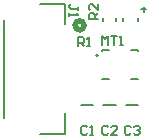
<source format=gto>
G04*
G04 #@! TF.GenerationSoftware,Altium Limited,Altium Designer,25.8.1 (18)*
G04*
G04 Layer_Color=65535*
%FSLAX25Y25*%
%MOIN*%
G70*
G04*
G04 #@! TF.SameCoordinates,31E2A41C-BC31-4C51-A6E1-2EC11E0042B4*
G04*
G04*
G04 #@! TF.FilePolarity,Positive*
G04*
G01*
G75*
%ADD10C,0.00787*%
%ADD11C,0.02000*%
%ADD12C,0.00500*%
%ADD13C,0.00600*%
%ADD14C,0.00591*%
%ADD15C,0.00500*%
D10*
X134728Y128471D02*
G03*
X134728Y128471I-394J0D01*
G01*
X147900Y140106D02*
Y140894D01*
X143100Y140106D02*
Y140894D01*
X143933Y112063D02*
X148067D01*
X128933Y112000D02*
X133067D01*
X136433Y112063D02*
X140567D01*
D11*
X130000Y138500D02*
G03*
X130000Y138500I-1500J0D01*
G01*
D12*
X136063Y120486D02*
Y120703D01*
Y130112D02*
Y130329D01*
X145689Y120486D02*
X147874D01*
X136063D02*
X138248D01*
X147874D02*
Y120703D01*
Y130112D02*
Y130329D01*
X145689D02*
X147874D01*
X136063D02*
X138248D01*
D13*
X140750Y139961D02*
Y141039D01*
X136250Y139961D02*
Y141039D01*
X103450Y107673D02*
Y140327D01*
X115191Y102350D02*
X123550D01*
Y109187D01*
X115191Y145650D02*
X123550D01*
Y138813D02*
Y145650D01*
D14*
X136056Y132024D02*
Y134976D01*
X137040Y133992D01*
X138024Y134976D01*
Y132024D01*
X139008Y134976D02*
X140976D01*
X139992D01*
Y132024D01*
X141960D02*
X142944D01*
X142452D01*
Y134976D01*
X141960Y134484D01*
X134476Y140540D02*
X131524D01*
Y142016D01*
X132016Y142508D01*
X133000D01*
X133492Y142016D01*
Y140540D01*
Y141524D02*
X134476Y142508D01*
Y145460D02*
Y143492D01*
X132508Y145460D01*
X132016D01*
X131524Y144968D01*
Y143984D01*
X132016Y143492D01*
X128032Y131524D02*
Y134476D01*
X129508D01*
X130000Y133984D01*
Y133000D01*
X129508Y132508D01*
X128032D01*
X129016D02*
X130000Y131524D01*
X130984D02*
X131968D01*
X131476D01*
Y134476D01*
X130984Y133984D01*
X127976Y143500D02*
Y144484D01*
Y143992D01*
X125516D01*
X125024Y144484D01*
Y144976D01*
X125516Y145468D01*
X125024Y142516D02*
Y141532D01*
Y142024D01*
X127976D01*
X127484Y142516D01*
X145508Y104484D02*
X145016Y104976D01*
X144032D01*
X143540Y104484D01*
Y102516D01*
X144032Y102024D01*
X145016D01*
X145508Y102516D01*
X146492Y104484D02*
X146984Y104976D01*
X147968D01*
X148460Y104484D01*
Y103992D01*
X147968Y103500D01*
X147476D01*
X147968D01*
X148460Y103008D01*
Y102516D01*
X147968Y102024D01*
X146984D01*
X146492Y102516D01*
X131000Y104484D02*
X130508Y104976D01*
X129524D01*
X129032Y104484D01*
Y102516D01*
X129524Y102024D01*
X130508D01*
X131000Y102516D01*
X131984Y102024D02*
X132968D01*
X132476D01*
Y104976D01*
X131984Y104484D01*
X138008D02*
X137516Y104976D01*
X136532D01*
X136040Y104484D01*
Y102516D01*
X136532Y102024D01*
X137516D01*
X138008Y102516D01*
X140960Y102024D02*
X138992D01*
X140960Y103992D01*
Y104484D01*
X140468Y104976D01*
X139484D01*
X138992Y104484D01*
D15*
X149800Y143000D02*
Y144599D01*
X149001Y143800D02*
X150600D01*
M02*

</source>
